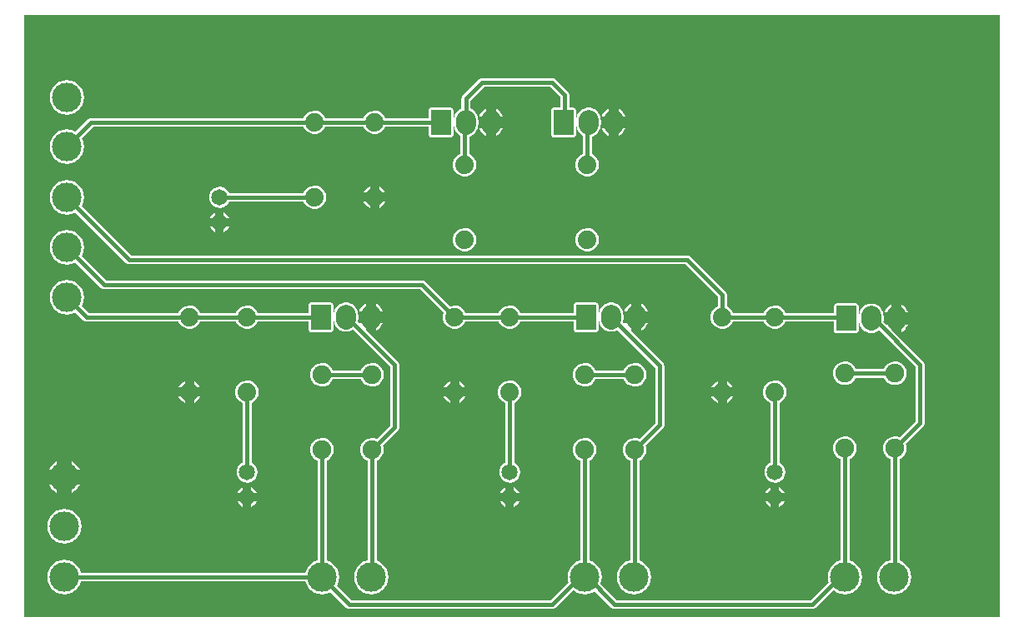
<source format=gtl>
G04 ---------------------------- Layer name :TOP LAYER*
G04 easyEDA 0.1*
G04 Scale: 100 percent, Rotated: No, Reflected: No *
G04 Dimensions in inches *
G04 leading zeros omitted , absolute positions ,2 integer and 4 * 
%FSLAX24Y24*%
%MOIN*%
G90*
G70D02*

%ADD11C,0.016000*%
%ADD12C,0.118110*%
%ADD14C,0.074000*%
%ADD16C,0.065000*%
%ADD18C,0.075000*%
%ADD20R,0.078740X0.098425*%
%ADD21C,0.078740*%

%LPD*%
G36*
G01X0Y24100D02*
G01X0Y48200D01*
G01X39000Y48200D01*
G01X39000Y24100D01*
G01X0Y24100D01*
G37*

%LPC*%
G36*
G01X24646Y35555D02*
G01X24680Y35567D01*
G01X24685Y35569D01*
G01X24692Y35573D01*
G01X24700Y35578D01*
G01X24703Y35582D01*
G01X24710Y35586D01*
G01X24814Y35673D01*
G01X24819Y35678D01*
G01X24823Y35684D01*
G01X24827Y35688D01*
G01X24835Y35700D01*
G01X24903Y35817D01*
G01X24907Y35823D01*
G01X24910Y35830D01*
G01X24914Y35836D01*
G01X24914Y35844D01*
G01X24915Y35850D01*
G01X24915Y35854D01*
G01X24646Y35854D01*
G01X24646Y35555D01*
G37*
G36*
G01X1700Y44209D02*
G01X1853Y44228D01*
G01X2000Y44278D01*
G01X2130Y44359D01*
G01X2240Y44469D01*
G01X2321Y44600D01*
G01X2371Y44746D01*
G01X2390Y44900D01*
G01X2371Y45054D01*
G01X2321Y45200D01*
G01X2240Y45330D01*
G01X2130Y45440D01*
G01X2000Y45521D01*
G01X1853Y45571D01*
G01X1700Y45590D01*
G01X1546Y45571D01*
G01X1400Y45521D01*
G01X1269Y45440D01*
G01X1159Y45330D01*
G01X1078Y45200D01*
G01X1028Y45054D01*
G01X1009Y44900D01*
G01X1028Y44746D01*
G01X1078Y44600D01*
G01X1159Y44469D01*
G01X1269Y44359D01*
G01X1400Y44278D01*
G01X1546Y44228D01*
G01X1700Y44209D01*
G37*
G36*
G01X18181Y44146D02*
G01X18453Y44146D01*
G01X18453Y44446D01*
G01X18419Y44434D01*
G01X18414Y44432D01*
G01X18407Y44428D01*
G01X18400Y44423D01*
G01X18396Y44419D01*
G01X18389Y44415D01*
G01X18285Y44328D01*
G01X18280Y44323D01*
G01X18276Y44317D01*
G01X18272Y44313D01*
G01X18264Y44302D01*
G01X18196Y44184D01*
G01X18192Y44178D01*
G01X18189Y44171D01*
G01X18185Y44165D01*
G01X18185Y44157D01*
G01X18181Y44146D01*
G37*
G36*
G01X18846Y44146D02*
G01X19118Y44146D01*
G01X19114Y44157D01*
G01X19114Y44165D01*
G01X19110Y44171D01*
G01X19107Y44178D01*
G01X19103Y44184D01*
G01X19035Y44302D01*
G01X19027Y44313D01*
G01X19023Y44317D01*
G01X19019Y44323D01*
G01X19014Y44328D01*
G01X18910Y44415D01*
G01X18903Y44419D01*
G01X18900Y44423D01*
G01X18892Y44428D01*
G01X18885Y44432D01*
G01X18880Y44434D01*
G01X18846Y44446D01*
G01X18846Y44146D01*
G37*
G36*
G01X23081Y44146D02*
G01X23353Y44146D01*
G01X23353Y44446D01*
G01X23319Y44434D01*
G01X23314Y44432D01*
G01X23307Y44428D01*
G01X23300Y44423D01*
G01X23296Y44419D01*
G01X23289Y44415D01*
G01X23185Y44328D01*
G01X23180Y44323D01*
G01X23176Y44317D01*
G01X23172Y44313D01*
G01X23164Y44302D01*
G01X23096Y44184D01*
G01X23092Y44178D01*
G01X23089Y44171D01*
G01X23085Y44165D01*
G01X23085Y44157D01*
G01X23081Y44146D01*
G37*
G36*
G01X34768Y25009D02*
G01X34922Y25028D01*
G01X35068Y25078D01*
G01X35197Y25159D01*
G01X35307Y25269D01*
G01X35389Y25400D01*
G01X35439Y25546D01*
G01X35457Y25700D01*
G01X35439Y25853D01*
G01X35389Y26000D01*
G01X35307Y26130D01*
G01X35197Y26240D01*
G01X35068Y26321D01*
G01X34980Y26352D01*
G01X34980Y30421D01*
G01X35018Y30436D01*
G01X35123Y30509D01*
G01X35204Y30609D01*
G01X35256Y30728D01*
G01X35273Y30855D01*
G01X35256Y30984D01*
G01X35234Y31034D01*
G01X35927Y31728D01*
G01X35946Y31750D01*
G01X35960Y31773D01*
G01X35972Y31800D01*
G01X35977Y31828D01*
G01X35980Y31855D01*
G01X35980Y34200D01*
G01X35977Y34228D01*
G01X35972Y34255D01*
G01X35960Y34282D01*
G01X35946Y34305D01*
G01X35927Y34328D01*
G01X34654Y35602D01*
G01X34654Y35809D01*
G01X34446Y35809D01*
G01X34335Y35919D01*
G01X34339Y35940D01*
G01X34339Y35944D01*
G01X34342Y35948D01*
G01X34342Y36163D01*
G01X34339Y36167D01*
G01X34339Y36171D01*
G01X34315Y36305D01*
G01X34314Y36311D01*
G01X34314Y36319D01*
G01X34310Y36326D01*
G01X34307Y36332D01*
G01X34304Y36338D01*
G01X34235Y36455D01*
G01X34227Y36467D01*
G01X34223Y36471D01*
G01X34219Y36478D01*
G01X34214Y36482D01*
G01X34110Y36569D01*
G01X34104Y36573D01*
G01X34100Y36578D01*
G01X34092Y36582D01*
G01X34085Y36586D01*
G01X34080Y36588D01*
G01X33952Y36634D01*
G01X33946Y36636D01*
G01X33938Y36638D01*
G01X33931Y36640D01*
G01X33768Y36640D01*
G01X33761Y36638D01*
G01X33754Y36636D01*
G01X33747Y36634D01*
G01X33619Y36588D01*
G01X33614Y36586D01*
G01X33607Y36582D01*
G01X33600Y36578D01*
G01X33596Y36573D01*
G01X33589Y36569D01*
G01X33485Y36482D01*
G01X33480Y36478D01*
G01X33476Y36471D01*
G01X33472Y36467D01*
G01X33464Y36455D01*
G01X33396Y36338D01*
G01X33392Y36332D01*
G01X33389Y36326D01*
G01X33385Y36319D01*
G01X33385Y36311D01*
G01X33384Y36305D01*
G01X33360Y36171D01*
G01X33360Y36167D01*
G01X33357Y36163D01*
G01X33357Y35948D01*
G01X33360Y35944D01*
G01X33360Y35940D01*
G01X33384Y35805D01*
G01X33385Y35800D01*
G01X33385Y35792D01*
G01X33389Y35786D01*
G01X33392Y35780D01*
G01X33396Y35773D01*
G01X33464Y35655D01*
G01X33472Y35644D01*
G01X33476Y35640D01*
G01X33480Y35634D01*
G01X33485Y35630D01*
G01X33589Y35542D01*
G01X33596Y35538D01*
G01X33600Y35534D01*
G01X33607Y35530D01*
G01X33614Y35526D01*
G01X33619Y35523D01*
G01X33747Y35478D01*
G01X33754Y35476D01*
G01X33761Y35473D01*
G01X33768Y35471D01*
G01X33931Y35471D01*
G01X33938Y35473D01*
G01X33946Y35476D01*
G01X33952Y35478D01*
G01X34080Y35523D01*
G01X34085Y35526D01*
G01X34092Y35530D01*
G01X34100Y35534D01*
G01X34104Y35538D01*
G01X34110Y35542D01*
G01X34160Y35584D01*
G01X35619Y34123D01*
G01X35619Y31932D01*
G01X34977Y31290D01*
G01X34896Y31319D01*
G01X34768Y31328D01*
G01X34642Y31302D01*
G01X34526Y31244D01*
G01X34431Y31155D01*
G01X34365Y31044D01*
G01X34330Y30919D01*
G01X34330Y30792D01*
G01X34365Y30667D01*
G01X34431Y30555D01*
G01X34526Y30467D01*
G01X34619Y30419D01*
G01X34619Y26371D01*
G01X34614Y26371D01*
G01X34468Y26321D01*
G01X34338Y26240D01*
G01X34227Y26130D01*
G01X34146Y26000D01*
G01X34096Y25853D01*
G01X34077Y25700D01*
G01X34096Y25546D01*
G01X34146Y25400D01*
G01X34227Y25269D01*
G01X34338Y25159D01*
G01X34468Y25078D01*
G01X34614Y25028D01*
G01X34768Y25009D01*
G37*
G36*
G01X23746Y44146D02*
G01X24018Y44146D01*
G01X24014Y44157D01*
G01X24014Y44165D01*
G01X24010Y44171D01*
G01X24007Y44178D01*
G01X24003Y44184D01*
G01X23935Y44302D01*
G01X23927Y44313D01*
G01X23923Y44317D01*
G01X23919Y44323D01*
G01X23914Y44328D01*
G01X23810Y44415D01*
G01X23803Y44419D01*
G01X23800Y44423D01*
G01X23792Y44428D01*
G01X23785Y44432D01*
G01X23780Y44434D01*
G01X23746Y44446D01*
G01X23746Y44146D01*
G37*
G36*
G01X24368Y25009D02*
G01X24522Y25028D01*
G01X24668Y25078D01*
G01X24797Y25159D01*
G01X24907Y25269D01*
G01X24989Y25400D01*
G01X25039Y25546D01*
G01X25057Y25700D01*
G01X25039Y25853D01*
G01X24989Y26000D01*
G01X24907Y26130D01*
G01X24797Y26240D01*
G01X24668Y26321D01*
G01X24580Y26352D01*
G01X24580Y30365D01*
G01X24618Y30380D01*
G01X24723Y30453D01*
G01X24803Y30553D01*
G01X24856Y30671D01*
G01X24873Y30800D01*
G01X24856Y30928D01*
G01X24834Y30978D01*
G01X25527Y31671D01*
G01X25546Y31694D01*
G01X25560Y31717D01*
G01X25572Y31744D01*
G01X25577Y31771D01*
G01X25580Y31800D01*
G01X25580Y34150D01*
G01X25577Y34178D01*
G01X25572Y34205D01*
G01X25560Y34232D01*
G01X25546Y34255D01*
G01X25527Y34278D01*
G01X24247Y35557D01*
G01X24253Y35555D01*
G01X24253Y35854D01*
G01X23984Y35854D01*
G01X23984Y35850D01*
G01X23985Y35844D01*
G01X23985Y35836D01*
G01X23989Y35830D01*
G01X23992Y35823D01*
G01X23996Y35817D01*
G01X24006Y35800D01*
G01X23922Y35884D01*
G01X23939Y35984D01*
G01X23939Y35988D01*
G01X23942Y35992D01*
G01X23942Y36209D01*
G01X23939Y36213D01*
G01X23939Y36217D01*
G01X23915Y36352D01*
G01X23914Y36357D01*
G01X23914Y36365D01*
G01X23910Y36371D01*
G01X23907Y36378D01*
G01X23903Y36384D01*
G01X23835Y36502D01*
G01X23827Y36513D01*
G01X23823Y36517D01*
G01X23819Y36523D01*
G01X23814Y36528D01*
G01X23710Y36615D01*
G01X23703Y36619D01*
G01X23700Y36623D01*
G01X23692Y36628D01*
G01X23685Y36632D01*
G01X23680Y36634D01*
G01X23552Y36680D01*
G01X23546Y36682D01*
G01X23538Y36684D01*
G01X23531Y36686D01*
G01X23368Y36686D01*
G01X23361Y36684D01*
G01X23353Y36682D01*
G01X23347Y36680D01*
G01X23219Y36634D01*
G01X23214Y36632D01*
G01X23207Y36628D01*
G01X23200Y36623D01*
G01X23196Y36619D01*
G01X23189Y36615D01*
G01X23085Y36528D01*
G01X23080Y36523D01*
G01X23076Y36517D01*
G01X23072Y36513D01*
G01X23064Y36502D01*
G01X22996Y36384D01*
G01X22992Y36378D01*
G01X22989Y36371D01*
G01X22985Y36365D01*
G01X22985Y36357D01*
G01X22984Y36352D01*
G01X22960Y36217D01*
G01X22960Y36213D01*
G01X22957Y36209D01*
G01X22957Y35992D01*
G01X22960Y35988D01*
G01X22960Y35984D01*
G01X22984Y35850D01*
G01X22985Y35844D01*
G01X22985Y35836D01*
G01X22989Y35830D01*
G01X22992Y35823D01*
G01X22996Y35817D01*
G01X23064Y35700D01*
G01X23072Y35688D01*
G01X23076Y35684D01*
G01X23080Y35678D01*
G01X23085Y35673D01*
G01X23189Y35586D01*
G01X23196Y35582D01*
G01X23200Y35578D01*
G01X23207Y35573D01*
G01X23214Y35569D01*
G01X23219Y35567D01*
G01X23347Y35521D01*
G01X23353Y35519D01*
G01X23361Y35517D01*
G01X23368Y35515D01*
G01X23531Y35515D01*
G01X23538Y35517D01*
G01X23546Y35519D01*
G01X23552Y35521D01*
G01X23680Y35567D01*
G01X23685Y35569D01*
G01X23692Y35573D01*
G01X23700Y35578D01*
G01X23707Y35586D01*
G01X25219Y34073D01*
G01X25219Y31876D01*
G01X24577Y31234D01*
G01X24496Y31263D01*
G01X24368Y31271D01*
G01X24242Y31246D01*
G01X24126Y31188D01*
G01X24031Y31100D01*
G01X23965Y30988D01*
G01X23930Y30863D01*
G01X23930Y30736D01*
G01X23965Y30611D01*
G01X24031Y30500D01*
G01X24126Y30411D01*
G01X24219Y30363D01*
G01X24219Y26371D01*
G01X24214Y26371D01*
G01X24068Y26321D01*
G01X23938Y26240D01*
G01X23827Y26130D01*
G01X23746Y26000D01*
G01X23696Y25853D01*
G01X23677Y25700D01*
G01X23696Y25546D01*
G01X23746Y25400D01*
G01X23827Y25269D01*
G01X23938Y25159D01*
G01X24068Y25078D01*
G01X24214Y25028D01*
G01X24368Y25009D01*
G37*
G36*
G01X18453Y43355D02*
G01X18453Y43654D01*
G01X18184Y43654D01*
G01X18184Y43650D01*
G01X18185Y43644D01*
G01X18185Y43636D01*
G01X18189Y43630D01*
G01X18192Y43623D01*
G01X18196Y43617D01*
G01X18264Y43500D01*
G01X18272Y43488D01*
G01X18276Y43484D01*
G01X18280Y43478D01*
G01X18285Y43473D01*
G01X18389Y43386D01*
G01X18396Y43382D01*
G01X18400Y43378D01*
G01X18407Y43373D01*
G01X18414Y43369D01*
G01X18419Y43367D01*
G01X18453Y43355D01*
G37*
G36*
G01X13868Y25009D02*
G01X14022Y25028D01*
G01X14168Y25078D01*
G01X14297Y25159D01*
G01X14407Y25269D01*
G01X14489Y25400D01*
G01X14539Y25546D01*
G01X14557Y25700D01*
G01X14539Y25853D01*
G01X14489Y26000D01*
G01X14407Y26130D01*
G01X14297Y26240D01*
G01X14168Y26321D01*
G01X14080Y26352D01*
G01X14080Y30365D01*
G01X14118Y30380D01*
G01X14223Y30453D01*
G01X14303Y30553D01*
G01X14356Y30671D01*
G01X14373Y30800D01*
G01X14356Y30928D01*
G01X14334Y30978D01*
G01X14927Y31571D01*
G01X14946Y31594D01*
G01X14960Y31617D01*
G01X14972Y31644D01*
G01X14977Y31671D01*
G01X14980Y31700D01*
G01X14980Y34200D01*
G01X14977Y34228D01*
G01X14972Y34255D01*
G01X14960Y34282D01*
G01X14946Y34305D01*
G01X14927Y34328D01*
G01X13653Y35602D01*
G01X13653Y35854D01*
G01X13402Y35854D01*
G01X13330Y35926D01*
G01X13339Y35984D01*
G01X13339Y35988D01*
G01X13342Y35992D01*
G01X13342Y36209D01*
G01X13339Y36213D01*
G01X13339Y36217D01*
G01X13315Y36352D01*
G01X13314Y36357D01*
G01X13314Y36365D01*
G01X13310Y36371D01*
G01X13307Y36378D01*
G01X13303Y36384D01*
G01X13235Y36502D01*
G01X13227Y36513D01*
G01X13223Y36517D01*
G01X13219Y36523D01*
G01X13214Y36528D01*
G01X13110Y36615D01*
G01X13103Y36619D01*
G01X13100Y36623D01*
G01X13092Y36628D01*
G01X13085Y36632D01*
G01X13080Y36634D01*
G01X12952Y36680D01*
G01X12946Y36682D01*
G01X12938Y36684D01*
G01X12931Y36686D01*
G01X12768Y36686D01*
G01X12761Y36684D01*
G01X12753Y36682D01*
G01X12747Y36680D01*
G01X12619Y36634D01*
G01X12614Y36632D01*
G01X12607Y36628D01*
G01X12600Y36623D01*
G01X12596Y36619D01*
G01X12589Y36615D01*
G01X12485Y36528D01*
G01X12480Y36523D01*
G01X12476Y36517D01*
G01X12472Y36513D01*
G01X12464Y36502D01*
G01X12396Y36384D01*
G01X12392Y36378D01*
G01X12389Y36371D01*
G01X12385Y36365D01*
G01X12385Y36357D01*
G01X12384Y36352D01*
G01X12360Y36217D01*
G01X12360Y36213D01*
G01X12357Y36209D01*
G01X12357Y35992D01*
G01X12360Y35988D01*
G01X12360Y35984D01*
G01X12384Y35850D01*
G01X12385Y35844D01*
G01X12385Y35836D01*
G01X12389Y35830D01*
G01X12392Y35823D01*
G01X12396Y35817D01*
G01X12464Y35700D01*
G01X12472Y35688D01*
G01X12476Y35684D01*
G01X12480Y35678D01*
G01X12485Y35673D01*
G01X12589Y35586D01*
G01X12596Y35582D01*
G01X12600Y35578D01*
G01X12607Y35573D01*
G01X12614Y35569D01*
G01X12619Y35567D01*
G01X12747Y35521D01*
G01X12753Y35519D01*
G01X12761Y35517D01*
G01X12768Y35515D01*
G01X12931Y35515D01*
G01X12938Y35517D01*
G01X12946Y35519D01*
G01X12952Y35521D01*
G01X13080Y35567D01*
G01X13085Y35569D01*
G01X13092Y35573D01*
G01X13100Y35578D01*
G01X13103Y35582D01*
G01X13110Y35586D01*
G01X13135Y35607D01*
G01X14619Y34123D01*
G01X14619Y31776D01*
G01X14077Y31234D01*
G01X13996Y31263D01*
G01X13868Y31271D01*
G01X13742Y31246D01*
G01X13626Y31188D01*
G01X13531Y31100D01*
G01X13465Y30988D01*
G01X13430Y30863D01*
G01X13430Y30736D01*
G01X13465Y30611D01*
G01X13531Y30500D01*
G01X13626Y30411D01*
G01X13719Y30363D01*
G01X13719Y26371D01*
G01X13714Y26371D01*
G01X13568Y26321D01*
G01X13438Y26240D01*
G01X13327Y26130D01*
G01X13246Y26000D01*
G01X13196Y25853D01*
G01X13177Y25700D01*
G01X13196Y25546D01*
G01X13246Y25400D01*
G01X13327Y25269D01*
G01X13438Y25159D01*
G01X13568Y25078D01*
G01X13714Y25028D01*
G01X13868Y25009D01*
G37*
G36*
G01X18846Y43355D02*
G01X18880Y43367D01*
G01X18885Y43369D01*
G01X18892Y43373D01*
G01X18900Y43378D01*
G01X18903Y43382D01*
G01X18910Y43386D01*
G01X19014Y43473D01*
G01X19019Y43478D01*
G01X19023Y43484D01*
G01X19027Y43488D01*
G01X19035Y43500D01*
G01X19103Y43617D01*
G01X19107Y43623D01*
G01X19110Y43630D01*
G01X19114Y43636D01*
G01X19114Y43644D01*
G01X19115Y43650D01*
G01X19115Y43654D01*
G01X18846Y43654D01*
G01X18846Y43355D01*
G37*
G36*
G01X23353Y43355D02*
G01X23353Y43654D01*
G01X23084Y43654D01*
G01X23084Y43650D01*
G01X23085Y43644D01*
G01X23085Y43636D01*
G01X23089Y43630D01*
G01X23092Y43623D01*
G01X23096Y43617D01*
G01X23164Y43500D01*
G01X23172Y43488D01*
G01X23176Y43484D01*
G01X23180Y43478D01*
G01X23185Y43473D01*
G01X23289Y43386D01*
G01X23296Y43382D01*
G01X23300Y43378D01*
G01X23307Y43373D01*
G01X23314Y43369D01*
G01X23319Y43367D01*
G01X23353Y43355D01*
G37*
G36*
G01X1600Y27042D02*
G01X1753Y27059D01*
G01X1900Y27109D01*
G01X2030Y27192D01*
G01X2140Y27302D01*
G01X2221Y27432D01*
G01X2271Y27578D01*
G01X2290Y27732D01*
G01X2271Y27886D01*
G01X2221Y28032D01*
G01X2140Y28161D01*
G01X2030Y28271D01*
G01X1900Y28353D01*
G01X1753Y28403D01*
G01X1600Y28421D01*
G01X1446Y28403D01*
G01X1300Y28353D01*
G01X1169Y28271D01*
G01X1059Y28161D01*
G01X978Y28032D01*
G01X928Y27886D01*
G01X909Y27732D01*
G01X928Y27578D01*
G01X978Y27432D01*
G01X1059Y27302D01*
G01X1169Y27192D01*
G01X1300Y27109D01*
G01X1446Y27059D01*
G01X1600Y27042D01*
G37*
G36*
G01X9061Y28509D02*
G01X9164Y28567D01*
G01X9250Y28661D01*
G01X9288Y28738D01*
G01X9061Y28738D01*
G01X9061Y28509D01*
G37*
G36*
G01X19561Y28509D02*
G01X19664Y28567D01*
G01X19750Y28661D01*
G01X19788Y28738D01*
G01X19561Y28738D01*
G01X19561Y28509D01*
G37*
G36*
G01X30161Y28509D02*
G01X30264Y28567D01*
G01X30350Y28661D01*
G01X30388Y28738D01*
G01X30161Y28738D01*
G01X30161Y28509D01*
G37*
G36*
G01X8738Y28511D02*
G01X8738Y28738D01*
G01X8511Y28738D01*
G01X8518Y28715D01*
G01X8589Y28611D01*
G01X8688Y28532D01*
G01X8738Y28511D01*
G37*
G36*
G01X19238Y28511D02*
G01X19238Y28738D01*
G01X19011Y28738D01*
G01X19018Y28715D01*
G01X19089Y28611D01*
G01X19188Y28532D01*
G01X19238Y28511D01*
G37*
G36*
G01X29838Y28511D02*
G01X29838Y28738D01*
G01X29611Y28738D01*
G01X29618Y28715D01*
G01X29689Y28611D01*
G01X29788Y28532D01*
G01X29838Y28511D01*
G37*
G36*
G01X9061Y29061D02*
G01X9288Y29061D01*
G01X9250Y29138D01*
G01X9164Y29232D01*
G01X9061Y29290D01*
G01X9061Y29061D01*
G37*
G36*
G01X8511Y29061D02*
G01X8738Y29061D01*
G01X8738Y29288D01*
G01X8688Y29267D01*
G01X8589Y29188D01*
G01X8518Y29084D01*
G01X8511Y29061D01*
G37*
G36*
G01X19561Y29061D02*
G01X19788Y29061D01*
G01X19750Y29138D01*
G01X19664Y29232D01*
G01X19561Y29290D01*
G01X19561Y29061D01*
G37*
G36*
G01X19011Y29061D02*
G01X19238Y29061D01*
G01X19238Y29288D01*
G01X19188Y29267D01*
G01X19089Y29188D01*
G01X19018Y29084D01*
G01X19011Y29061D01*
G37*
G36*
G01X30161Y29061D02*
G01X30388Y29061D01*
G01X30350Y29138D01*
G01X30264Y29232D01*
G01X30161Y29290D01*
G01X30161Y29061D01*
G37*
G36*
G01X29611Y29061D02*
G01X29838Y29061D01*
G01X29838Y29288D01*
G01X29788Y29267D01*
G01X29689Y29188D01*
G01X29618Y29084D01*
G01X29611Y29061D01*
G37*
G36*
G01X1894Y29076D02*
G01X1900Y29078D01*
G01X2030Y29159D01*
G01X2140Y29269D01*
G01X2221Y29400D01*
G01X2223Y29405D01*
G01X1894Y29405D01*
G01X1894Y29076D01*
G37*
G36*
G01X1305Y29076D02*
G01X1305Y29405D01*
G01X976Y29405D01*
G01X978Y29400D01*
G01X1059Y29269D01*
G01X1169Y29159D01*
G01X1300Y29078D01*
G01X1305Y29076D01*
G37*
G36*
G01X8931Y29478D02*
G01X9053Y29505D01*
G01X9164Y29567D01*
G01X9250Y29661D01*
G01X9306Y29776D01*
G01X9323Y29900D01*
G01X9306Y30023D01*
G01X9250Y30138D01*
G01X9164Y30232D01*
G01X9080Y30280D01*
G01X9080Y32669D01*
G01X9115Y32682D01*
G01X9219Y32755D01*
G01X9302Y32855D01*
G01X9352Y32973D01*
G01X9369Y33100D01*
G01X9352Y33226D01*
G01X9302Y33344D01*
G01X9219Y33444D01*
G01X9115Y33517D01*
G01X8996Y33559D01*
G01X8868Y33567D01*
G01X8742Y33542D01*
G01X8627Y33484D01*
G01X8535Y33396D01*
G01X8468Y33288D01*
G01X8434Y33163D01*
G01X8434Y33036D01*
G01X8468Y32911D01*
G01X8535Y32804D01*
G01X8627Y32715D01*
G01X8719Y32669D01*
G01X8719Y30280D01*
G01X8688Y30267D01*
G01X8589Y30188D01*
G01X8518Y30084D01*
G01X8480Y29963D01*
G01X8480Y29836D01*
G01X8518Y29715D01*
G01X8589Y29611D01*
G01X8688Y29532D01*
G01X8806Y29486D01*
G01X8931Y29478D01*
G37*
G36*
G01X19431Y29478D02*
G01X19553Y29505D01*
G01X19664Y29567D01*
G01X19750Y29661D01*
G01X19806Y29776D01*
G01X19823Y29900D01*
G01X19806Y30023D01*
G01X19750Y30138D01*
G01X19664Y30232D01*
G01X19580Y30280D01*
G01X19580Y32669D01*
G01X19615Y32682D01*
G01X19719Y32755D01*
G01X19802Y32855D01*
G01X19852Y32973D01*
G01X19869Y33100D01*
G01X19852Y33226D01*
G01X19802Y33344D01*
G01X19719Y33444D01*
G01X19615Y33517D01*
G01X19496Y33559D01*
G01X19368Y33567D01*
G01X19242Y33542D01*
G01X19127Y33484D01*
G01X19035Y33396D01*
G01X18968Y33288D01*
G01X18934Y33163D01*
G01X18934Y33036D01*
G01X18968Y32911D01*
G01X19035Y32804D01*
G01X19127Y32715D01*
G01X19219Y32669D01*
G01X19219Y30280D01*
G01X19188Y30267D01*
G01X19089Y30188D01*
G01X19018Y30084D01*
G01X18980Y29963D01*
G01X18980Y29836D01*
G01X19018Y29715D01*
G01X19089Y29611D01*
G01X19188Y29532D01*
G01X19306Y29486D01*
G01X19431Y29478D01*
G37*
G36*
G01X30031Y29478D02*
G01X30153Y29505D01*
G01X30264Y29567D01*
G01X30350Y29661D01*
G01X30406Y29776D01*
G01X30423Y29900D01*
G01X30406Y30023D01*
G01X30350Y30138D01*
G01X30264Y30232D01*
G01X30180Y30280D01*
G01X30180Y32669D01*
G01X30215Y32682D01*
G01X30319Y32755D01*
G01X30402Y32855D01*
G01X30452Y32973D01*
G01X30469Y33100D01*
G01X30452Y33226D01*
G01X30402Y33344D01*
G01X30319Y33444D01*
G01X30215Y33517D01*
G01X30096Y33559D01*
G01X29968Y33567D01*
G01X29842Y33542D01*
G01X29727Y33484D01*
G01X29635Y33396D01*
G01X29568Y33288D01*
G01X29534Y33163D01*
G01X29534Y33036D01*
G01X29568Y32911D01*
G01X29635Y32804D01*
G01X29727Y32715D01*
G01X29819Y32669D01*
G01X29819Y30280D01*
G01X29788Y30267D01*
G01X29689Y30188D01*
G01X29618Y30084D01*
G01X29580Y29963D01*
G01X29580Y29836D01*
G01X29618Y29715D01*
G01X29689Y29611D01*
G01X29788Y29532D01*
G01X29906Y29486D01*
G01X30031Y29478D01*
G37*
G36*
G01X1894Y29994D02*
G01X2223Y29994D01*
G01X2221Y30000D01*
G01X2140Y30130D01*
G01X2030Y30240D01*
G01X1900Y30321D01*
G01X1894Y30323D01*
G01X1894Y29994D01*
G37*
G36*
G01X976Y29994D02*
G01X1305Y29994D01*
G01X1305Y30323D01*
G01X1300Y30321D01*
G01X1169Y30240D01*
G01X1059Y30130D01*
G01X978Y30000D01*
G01X976Y29994D01*
G37*
G36*
G01X23746Y43355D02*
G01X23780Y43367D01*
G01X23785Y43369D01*
G01X23792Y43373D01*
G01X23800Y43378D01*
G01X23803Y43382D01*
G01X23810Y43386D01*
G01X23914Y43473D01*
G01X23919Y43478D01*
G01X23923Y43484D01*
G01X23927Y43488D01*
G01X23935Y43500D01*
G01X24003Y43617D01*
G01X24007Y43623D01*
G01X24010Y43630D01*
G01X24014Y43636D01*
G01X24014Y43644D01*
G01X24015Y43650D01*
G01X24015Y43654D01*
G01X23746Y43654D01*
G01X23746Y43355D01*
G37*
G36*
G01X1700Y42242D02*
G01X1853Y42259D01*
G01X2000Y42309D01*
G01X2130Y42392D01*
G01X2240Y42502D01*
G01X2321Y42632D01*
G01X2371Y42778D01*
G01X2390Y42932D01*
G01X2371Y43086D01*
G01X2321Y43232D01*
G01X2296Y43271D01*
G01X2744Y43719D01*
G01X11165Y43719D01*
G01X11168Y43711D01*
G01X11235Y43604D01*
G01X11327Y43515D01*
G01X11442Y43457D01*
G01X11568Y43432D01*
G01X11696Y43440D01*
G01X11815Y43482D01*
G01X11919Y43555D01*
G01X12002Y43655D01*
G01X12030Y43719D01*
G01X13565Y43719D01*
G01X13568Y43711D01*
G01X13635Y43604D01*
G01X13727Y43515D01*
G01X13842Y43457D01*
G01X13968Y43432D01*
G01X14096Y43440D01*
G01X14215Y43482D01*
G01X14319Y43555D01*
G01X14402Y43655D01*
G01X14430Y43719D01*
G01X16156Y43719D01*
G01X16156Y43407D01*
G01X16160Y43378D01*
G01X16176Y43350D01*
G01X16197Y43328D01*
G01X16226Y43311D01*
G01X16256Y43307D01*
G01X17042Y43307D01*
G01X17072Y43311D01*
G01X17100Y43328D01*
G01X17122Y43350D01*
G01X17138Y43378D01*
G01X17142Y43407D01*
G01X17142Y44394D01*
G01X17138Y44423D01*
G01X17122Y44452D01*
G01X17100Y44473D01*
G01X17072Y44490D01*
G01X17042Y44494D01*
G01X16256Y44494D01*
G01X16226Y44490D01*
G01X16197Y44473D01*
G01X16176Y44452D01*
G01X16160Y44423D01*
G01X16156Y44394D01*
G01X16156Y44080D01*
G01X14430Y44080D01*
G01X14402Y44144D01*
G01X14319Y44244D01*
G01X14215Y44317D01*
G01X14096Y44359D01*
G01X13968Y44367D01*
G01X13842Y44342D01*
G01X13727Y44284D01*
G01X13635Y44196D01*
G01X13568Y44088D01*
G01X13565Y44080D01*
G01X12030Y44080D01*
G01X12002Y44144D01*
G01X11919Y44244D01*
G01X11815Y44317D01*
G01X11696Y44359D01*
G01X11568Y44367D01*
G01X11442Y44342D01*
G01X11327Y44284D01*
G01X11235Y44196D01*
G01X11168Y44088D01*
G01X11165Y44080D01*
G01X2667Y44080D01*
G01X2640Y44078D01*
G01X2611Y44071D01*
G01X2586Y44059D01*
G01X2561Y44046D01*
G01X2540Y44028D01*
G01X2040Y43528D01*
G01X2000Y43554D01*
G01X1853Y43604D01*
G01X1700Y43621D01*
G01X1546Y43604D01*
G01X1400Y43554D01*
G01X1269Y43471D01*
G01X1159Y43361D01*
G01X1078Y43232D01*
G01X1028Y43086D01*
G01X1009Y42932D01*
G01X1028Y42778D01*
G01X1078Y42632D01*
G01X1159Y42502D01*
G01X1269Y42392D01*
G01X1400Y42309D01*
G01X1546Y42259D01*
G01X1700Y42242D01*
G37*
G36*
G01X17568Y41732D02*
G01X17696Y41740D01*
G01X17815Y41782D01*
G01X17919Y41855D01*
G01X18002Y41955D01*
G01X18052Y42073D01*
G01X18069Y42200D01*
G01X18052Y42326D01*
G01X18002Y42444D01*
G01X17919Y42544D01*
G01X17815Y42617D01*
G01X17780Y42630D01*
G01X17780Y43332D01*
G01X17880Y43367D01*
G01X17885Y43369D01*
G01X17892Y43373D01*
G01X17900Y43378D01*
G01X17903Y43382D01*
G01X17910Y43386D01*
G01X18014Y43473D01*
G01X18019Y43478D01*
G01X18023Y43484D01*
G01X18027Y43488D01*
G01X18035Y43500D01*
G01X18103Y43617D01*
G01X18107Y43623D01*
G01X18110Y43630D01*
G01X18114Y43636D01*
G01X18114Y43644D01*
G01X18115Y43650D01*
G01X18139Y43784D01*
G01X18139Y43788D01*
G01X18142Y43792D01*
G01X18142Y44009D01*
G01X18139Y44013D01*
G01X18139Y44017D01*
G01X18115Y44152D01*
G01X18114Y44157D01*
G01X18114Y44165D01*
G01X18110Y44171D01*
G01X18107Y44178D01*
G01X18103Y44184D01*
G01X18035Y44302D01*
G01X18027Y44313D01*
G01X18023Y44317D01*
G01X18019Y44323D01*
G01X18014Y44328D01*
G01X17910Y44415D01*
G01X17903Y44419D01*
G01X17900Y44423D01*
G01X17892Y44428D01*
G01X17885Y44432D01*
G01X17880Y44434D01*
G01X17830Y44452D01*
G01X17830Y44773D01*
G01X18376Y45319D01*
G01X21023Y45319D01*
G01X21419Y44923D01*
G01X21419Y44494D01*
G01X21156Y44494D01*
G01X21126Y44490D01*
G01X21097Y44473D01*
G01X21076Y44452D01*
G01X21060Y44423D01*
G01X21056Y44394D01*
G01X21056Y43407D01*
G01X21060Y43378D01*
G01X21076Y43350D01*
G01X21097Y43328D01*
G01X21126Y43311D01*
G01X21156Y43307D01*
G01X21942Y43307D01*
G01X21972Y43311D01*
G01X22000Y43328D01*
G01X22022Y43350D01*
G01X22038Y43378D01*
G01X22042Y43407D01*
G01X22042Y44394D01*
G01X22038Y44423D01*
G01X22022Y44452D01*
G01X22000Y44473D01*
G01X21972Y44490D01*
G01X21942Y44494D01*
G01X21780Y44494D01*
G01X21780Y45000D01*
G01X21777Y45028D01*
G01X21772Y45055D01*
G01X21760Y45082D01*
G01X21746Y45105D01*
G01X21727Y45128D01*
G01X21227Y45628D01*
G01X21206Y45646D01*
G01X21181Y45659D01*
G01X21156Y45671D01*
G01X21127Y45678D01*
G01X21100Y45680D01*
G01X18300Y45680D01*
G01X18272Y45678D01*
G01X18243Y45671D01*
G01X18218Y45659D01*
G01X18193Y45646D01*
G01X18172Y45628D01*
G01X17522Y44978D01*
G01X17503Y44955D01*
G01X17489Y44932D01*
G01X17477Y44905D01*
G01X17472Y44878D01*
G01X17469Y44850D01*
G01X17469Y44452D01*
G01X17419Y44434D01*
G01X17414Y44432D01*
G01X17407Y44428D01*
G01X17400Y44423D01*
G01X17396Y44419D01*
G01X17389Y44415D01*
G01X17285Y44328D01*
G01X17280Y44323D01*
G01X17276Y44317D01*
G01X17272Y44313D01*
G01X17264Y44302D01*
G01X17196Y44184D01*
G01X17192Y44178D01*
G01X17189Y44171D01*
G01X17185Y44165D01*
G01X17185Y44157D01*
G01X17184Y44152D01*
G01X17160Y44017D01*
G01X17160Y44013D01*
G01X17157Y44009D01*
G01X17157Y43792D01*
G01X17160Y43788D01*
G01X17160Y43784D01*
G01X17184Y43650D01*
G01X17185Y43644D01*
G01X17185Y43636D01*
G01X17189Y43630D01*
G01X17192Y43623D01*
G01X17196Y43617D01*
G01X17264Y43500D01*
G01X17272Y43488D01*
G01X17276Y43484D01*
G01X17280Y43478D01*
G01X17285Y43473D01*
G01X17389Y43386D01*
G01X17396Y43382D01*
G01X17400Y43378D01*
G01X17407Y43373D01*
G01X17414Y43369D01*
G01X17419Y43367D01*
G01X17419Y42630D01*
G01X17327Y42584D01*
G01X17235Y42496D01*
G01X17168Y42388D01*
G01X17134Y42263D01*
G01X17134Y42136D01*
G01X17168Y42011D01*
G01X17235Y41904D01*
G01X17327Y41815D01*
G01X17442Y41757D01*
G01X17568Y41732D01*
G37*
G36*
G01X28084Y32669D02*
G01X28115Y32682D01*
G01X28219Y32755D01*
G01X28302Y32855D01*
G01X28327Y32915D01*
G01X28084Y32915D01*
G01X28084Y32669D01*
G37*
G36*
G01X17384Y32669D02*
G01X17415Y32682D01*
G01X17519Y32755D01*
G01X17602Y32855D01*
G01X17627Y32915D01*
G01X17384Y32915D01*
G01X17384Y32669D01*
G37*
G36*
G01X6784Y32669D02*
G01X6815Y32682D01*
G01X6919Y32755D01*
G01X7002Y32855D01*
G01X7027Y32915D01*
G01X6784Y32915D01*
G01X6784Y32669D01*
G37*
G36*
G01X27715Y32671D02*
G01X27715Y32915D01*
G01X27465Y32915D01*
G01X27468Y32911D01*
G01X27535Y32804D01*
G01X27627Y32715D01*
G01X27715Y32671D01*
G37*
G36*
G01X17015Y32671D02*
G01X17015Y32915D01*
G01X16765Y32915D01*
G01X16768Y32911D01*
G01X16835Y32804D01*
G01X16927Y32715D01*
G01X17015Y32671D01*
G37*
G36*
G01X6415Y32671D02*
G01X6415Y32915D01*
G01X6165Y32915D01*
G01X6168Y32911D01*
G01X6235Y32804D01*
G01X6327Y32715D01*
G01X6415Y32671D01*
G37*
G36*
G01X28084Y33284D02*
G01X28327Y33284D01*
G01X28302Y33344D01*
G01X28219Y33444D01*
G01X28115Y33517D01*
G01X28084Y33530D01*
G01X28084Y33284D01*
G37*
G36*
G01X27465Y33284D02*
G01X27715Y33284D01*
G01X27715Y33528D01*
G01X27627Y33484D01*
G01X27535Y33396D01*
G01X27468Y33288D01*
G01X27465Y33284D01*
G37*
G36*
G01X17384Y33284D02*
G01X17627Y33284D01*
G01X17602Y33344D01*
G01X17519Y33444D01*
G01X17415Y33517D01*
G01X17384Y33530D01*
G01X17384Y33284D01*
G37*
G36*
G01X16765Y33284D02*
G01X17015Y33284D01*
G01X17015Y33528D01*
G01X16927Y33484D01*
G01X16835Y33396D01*
G01X16768Y33288D01*
G01X16765Y33284D01*
G37*
G36*
G01X6784Y33284D02*
G01X7027Y33284D01*
G01X7002Y33344D01*
G01X6919Y33444D01*
G01X6815Y33517D01*
G01X6784Y33530D01*
G01X6784Y33284D01*
G37*
G36*
G01X6165Y33284D02*
G01X6415Y33284D01*
G01X6415Y33528D01*
G01X6327Y33484D01*
G01X6235Y33396D01*
G01X6168Y33288D01*
G01X6165Y33284D01*
G37*
G36*
G01X22368Y33328D02*
G01X22496Y33336D01*
G01X22618Y33380D01*
G01X22723Y33454D01*
G01X22803Y33554D01*
G01X22834Y33619D01*
G01X23964Y33619D01*
G01X23965Y33611D01*
G01X24031Y33500D01*
G01X24126Y33411D01*
G01X24242Y33354D01*
G01X24368Y33328D01*
G01X24496Y33336D01*
G01X24618Y33380D01*
G01X24723Y33454D01*
G01X24803Y33554D01*
G01X24856Y33671D01*
G01X24873Y33800D01*
G01X24856Y33928D01*
G01X24803Y34046D01*
G01X24723Y34146D01*
G01X24618Y34219D01*
G01X24496Y34263D01*
G01X24368Y34271D01*
G01X24242Y34246D01*
G01X24126Y34188D01*
G01X24031Y34100D01*
G01X23965Y33988D01*
G01X23964Y33980D01*
G01X22834Y33980D01*
G01X22803Y34046D01*
G01X22723Y34146D01*
G01X22618Y34219D01*
G01X22496Y34263D01*
G01X22368Y34271D01*
G01X22242Y34246D01*
G01X22126Y34188D01*
G01X22031Y34100D01*
G01X21965Y33988D01*
G01X21930Y33863D01*
G01X21930Y33736D01*
G01X21965Y33611D01*
G01X22031Y33500D01*
G01X22126Y33411D01*
G01X22242Y33354D01*
G01X22368Y33328D01*
G37*
G36*
G01X11868Y33328D02*
G01X11996Y33336D01*
G01X12118Y33380D01*
G01X12223Y33454D01*
G01X12303Y33554D01*
G01X12334Y33619D01*
G01X13464Y33619D01*
G01X13465Y33611D01*
G01X13531Y33500D01*
G01X13626Y33411D01*
G01X13742Y33354D01*
G01X13868Y33328D01*
G01X13996Y33336D01*
G01X14118Y33380D01*
G01X14223Y33454D01*
G01X14303Y33554D01*
G01X14356Y33671D01*
G01X14373Y33800D01*
G01X14356Y33928D01*
G01X14303Y34046D01*
G01X14223Y34146D01*
G01X14118Y34219D01*
G01X13996Y34263D01*
G01X13868Y34271D01*
G01X13742Y34246D01*
G01X13626Y34188D01*
G01X13531Y34100D01*
G01X13465Y33988D01*
G01X13464Y33980D01*
G01X12334Y33980D01*
G01X12303Y34046D01*
G01X12223Y34146D01*
G01X12118Y34219D01*
G01X11996Y34263D01*
G01X11868Y34271D01*
G01X11742Y34246D01*
G01X11626Y34188D01*
G01X11531Y34100D01*
G01X11465Y33988D01*
G01X11430Y33863D01*
G01X11430Y33736D01*
G01X11465Y33611D01*
G01X11531Y33500D01*
G01X11626Y33411D01*
G01X11742Y33354D01*
G01X11868Y33328D01*
G37*
G36*
G01X22468Y41732D02*
G01X22596Y41740D01*
G01X22715Y41782D01*
G01X22819Y41855D01*
G01X22902Y41955D01*
G01X22952Y42073D01*
G01X22969Y42200D01*
G01X22952Y42326D01*
G01X22902Y42444D01*
G01X22819Y42544D01*
G01X22715Y42617D01*
G01X22680Y42630D01*
G01X22680Y43332D01*
G01X22780Y43367D01*
G01X22785Y43369D01*
G01X22792Y43373D01*
G01X22800Y43378D01*
G01X22803Y43382D01*
G01X22810Y43386D01*
G01X22914Y43473D01*
G01X22919Y43478D01*
G01X22923Y43484D01*
G01X22927Y43488D01*
G01X22935Y43500D01*
G01X23003Y43617D01*
G01X23007Y43623D01*
G01X23010Y43630D01*
G01X23014Y43636D01*
G01X23014Y43644D01*
G01X23015Y43650D01*
G01X23039Y43784D01*
G01X23039Y43788D01*
G01X23042Y43792D01*
G01X23042Y44009D01*
G01X23039Y44013D01*
G01X23039Y44017D01*
G01X23015Y44152D01*
G01X23014Y44157D01*
G01X23014Y44165D01*
G01X23010Y44171D01*
G01X23007Y44178D01*
G01X23003Y44184D01*
G01X22935Y44302D01*
G01X22927Y44313D01*
G01X22923Y44317D01*
G01X22919Y44323D01*
G01X22914Y44328D01*
G01X22810Y44415D01*
G01X22803Y44419D01*
G01X22800Y44423D01*
G01X22792Y44428D01*
G01X22785Y44432D01*
G01X22780Y44434D01*
G01X22652Y44480D01*
G01X22646Y44482D01*
G01X22638Y44484D01*
G01X22631Y44486D01*
G01X22468Y44486D01*
G01X22461Y44484D01*
G01X22453Y44482D01*
G01X22447Y44480D01*
G01X22319Y44434D01*
G01X22314Y44432D01*
G01X22307Y44428D01*
G01X22300Y44423D01*
G01X22296Y44419D01*
G01X22289Y44415D01*
G01X22185Y44328D01*
G01X22180Y44323D01*
G01X22176Y44317D01*
G01X22172Y44313D01*
G01X22164Y44302D01*
G01X22096Y44184D01*
G01X22092Y44178D01*
G01X22089Y44171D01*
G01X22085Y44165D01*
G01X22085Y44157D01*
G01X22084Y44152D01*
G01X22060Y44017D01*
G01X22060Y44013D01*
G01X22057Y44009D01*
G01X22057Y43792D01*
G01X22060Y43788D01*
G01X22060Y43784D01*
G01X22084Y43650D01*
G01X22085Y43644D01*
G01X22085Y43636D01*
G01X22089Y43630D01*
G01X22092Y43623D01*
G01X22096Y43617D01*
G01X22164Y43500D01*
G01X22172Y43488D01*
G01X22176Y43484D01*
G01X22180Y43478D01*
G01X22185Y43473D01*
G01X22289Y43386D01*
G01X22296Y43382D01*
G01X22300Y43378D01*
G01X22307Y43373D01*
G01X22314Y43369D01*
G01X22319Y43367D01*
G01X22319Y42630D01*
G01X22227Y42584D01*
G01X22135Y42496D01*
G01X22068Y42388D01*
G01X22034Y42263D01*
G01X22034Y42136D01*
G01X22068Y42011D01*
G01X22135Y41904D01*
G01X22227Y41815D01*
G01X22342Y41757D01*
G01X22468Y41732D01*
G37*
G36*
G01X13565Y41084D02*
G01X13815Y41084D01*
G01X13815Y41328D01*
G01X13727Y41284D01*
G01X13635Y41196D01*
G01X13568Y41088D01*
G01X13565Y41084D01*
G37*
G36*
G01X32768Y33384D02*
G01X32896Y33392D01*
G01X33018Y33436D01*
G01X33123Y33509D01*
G01X33204Y33609D01*
G01X33234Y33676D01*
G01X34364Y33676D01*
G01X34365Y33667D01*
G01X34431Y33555D01*
G01X34526Y33467D01*
G01X34642Y33409D01*
G01X34768Y33384D01*
G01X34896Y33392D01*
G01X35018Y33436D01*
G01X35123Y33509D01*
G01X35204Y33609D01*
G01X35256Y33728D01*
G01X35273Y33855D01*
G01X35256Y33984D01*
G01X35204Y34102D01*
G01X35123Y34202D01*
G01X35018Y34276D01*
G01X34896Y34319D01*
G01X34768Y34328D01*
G01X34642Y34302D01*
G01X34526Y34244D01*
G01X34431Y34155D01*
G01X34365Y34044D01*
G01X34364Y34036D01*
G01X33234Y34036D01*
G01X33204Y34102D01*
G01X33123Y34202D01*
G01X33018Y34276D01*
G01X32896Y34319D01*
G01X32768Y34328D01*
G01X32642Y34302D01*
G01X32526Y34244D01*
G01X32431Y34155D01*
G01X32365Y34044D01*
G01X32330Y33919D01*
G01X32330Y33792D01*
G01X32365Y33667D01*
G01X32431Y33555D01*
G01X32526Y33467D01*
G01X32642Y33409D01*
G01X32768Y33384D01*
G37*
G36*
G01X14184Y41084D02*
G01X14427Y41084D01*
G01X14402Y41144D01*
G01X14319Y41244D01*
G01X14215Y41317D01*
G01X14184Y41330D01*
G01X14184Y41084D01*
G37*
G36*
G01X13815Y40471D02*
G01X13815Y40715D01*
G01X13565Y40715D01*
G01X13568Y40711D01*
G01X13635Y40604D01*
G01X13727Y40515D01*
G01X13815Y40471D01*
G37*
G36*
G01X14184Y40469D02*
G01X14215Y40482D01*
G01X14319Y40555D01*
G01X14402Y40655D01*
G01X14427Y40715D01*
G01X14184Y40715D01*
G01X14184Y40469D01*
G37*
G36*
G01X11568Y40432D02*
G01X11696Y40440D01*
G01X11815Y40482D01*
G01X11919Y40555D01*
G01X12002Y40655D01*
G01X12052Y40773D01*
G01X12069Y40900D01*
G01X12052Y41026D01*
G01X12002Y41144D01*
G01X11919Y41244D01*
G01X11815Y41317D01*
G01X11696Y41359D01*
G01X11568Y41367D01*
G01X11442Y41342D01*
G01X11327Y41284D01*
G01X11235Y41196D01*
G01X11168Y41088D01*
G01X11165Y41080D01*
G01X8177Y41080D01*
G01X8150Y41138D01*
G01X8064Y41232D01*
G01X7953Y41294D01*
G01X7831Y41321D01*
G01X7706Y41313D01*
G01X7588Y41267D01*
G01X7489Y41188D01*
G01X7418Y41084D01*
G01X7380Y40963D01*
G01X7380Y40836D01*
G01X7418Y40715D01*
G01X7489Y40611D01*
G01X7588Y40532D01*
G01X7706Y40486D01*
G01X7831Y40478D01*
G01X7953Y40505D01*
G01X8064Y40567D01*
G01X8150Y40661D01*
G01X8177Y40719D01*
G01X11165Y40719D01*
G01X11168Y40711D01*
G01X11235Y40604D01*
G01X11327Y40515D01*
G01X11442Y40457D01*
G01X11568Y40432D01*
G37*
G36*
G01X32456Y35463D02*
G01X33242Y35463D01*
G01X33272Y35467D01*
G01X33300Y35484D01*
G01X33322Y35505D01*
G01X33338Y35534D01*
G01X33342Y35563D01*
G01X33342Y36548D01*
G01X33338Y36578D01*
G01X33322Y36605D01*
G01X33300Y36628D01*
G01X33272Y36644D01*
G01X33242Y36648D01*
G01X32456Y36648D01*
G01X32426Y36644D01*
G01X32397Y36628D01*
G01X32376Y36605D01*
G01X32360Y36578D01*
G01X32356Y36548D01*
G01X32356Y36280D01*
G01X30430Y36280D01*
G01X30402Y36344D01*
G01X30319Y36444D01*
G01X30215Y36517D01*
G01X30096Y36559D01*
G01X29968Y36567D01*
G01X29842Y36542D01*
G01X29727Y36484D01*
G01X29635Y36396D01*
G01X29568Y36288D01*
G01X29565Y36280D01*
G01X28330Y36280D01*
G01X28302Y36344D01*
G01X28219Y36444D01*
G01X28115Y36517D01*
G01X28080Y36530D01*
G01X28080Y37000D01*
G01X28077Y37028D01*
G01X28072Y37055D01*
G01X28060Y37082D01*
G01X28046Y37105D01*
G01X28027Y37128D01*
G01X26627Y38528D01*
G01X26606Y38546D01*
G01X26581Y38559D01*
G01X26556Y38571D01*
G01X26527Y38578D01*
G01X26500Y38580D01*
G01X4276Y38580D01*
G01X2296Y40559D01*
G01X2321Y40600D01*
G01X2371Y40746D01*
G01X2390Y40900D01*
G01X2371Y41054D01*
G01X2321Y41200D01*
G01X2240Y41330D01*
G01X2130Y41440D01*
G01X2000Y41521D01*
G01X1853Y41571D01*
G01X1700Y41590D01*
G01X1546Y41571D01*
G01X1400Y41521D01*
G01X1269Y41440D01*
G01X1159Y41330D01*
G01X1078Y41200D01*
G01X1028Y41054D01*
G01X1009Y40900D01*
G01X1028Y40746D01*
G01X1078Y40600D01*
G01X1159Y40469D01*
G01X1269Y40359D01*
G01X1400Y40278D01*
G01X1546Y40228D01*
G01X1700Y40209D01*
G01X1853Y40228D01*
G01X2000Y40278D01*
G01X2040Y40304D01*
G01X4071Y38271D01*
G01X4094Y38254D01*
G01X4117Y38240D01*
G01X4144Y38228D01*
G01X4171Y38221D01*
G01X4200Y38219D01*
G01X26423Y38219D01*
G01X27719Y36923D01*
G01X27719Y36530D01*
G01X27627Y36484D01*
G01X27535Y36396D01*
G01X27468Y36288D01*
G01X27434Y36163D01*
G01X27434Y36036D01*
G01X27468Y35911D01*
G01X27535Y35804D01*
G01X27627Y35715D01*
G01X27742Y35657D01*
G01X27868Y35632D01*
G01X27996Y35640D01*
G01X28115Y35682D01*
G01X28219Y35755D01*
G01X28302Y35855D01*
G01X28330Y35919D01*
G01X29565Y35919D01*
G01X29568Y35911D01*
G01X29635Y35804D01*
G01X29727Y35715D01*
G01X29842Y35657D01*
G01X29968Y35632D01*
G01X30096Y35640D01*
G01X30215Y35682D01*
G01X30319Y35755D01*
G01X30402Y35855D01*
G01X30430Y35919D01*
G01X32356Y35919D01*
G01X32356Y35563D01*
G01X32360Y35534D01*
G01X32376Y35505D01*
G01X32397Y35484D01*
G01X32426Y35467D01*
G01X32456Y35463D01*
G37*
G36*
G01X7411Y40061D02*
G01X7638Y40061D01*
G01X7638Y40288D01*
G01X7588Y40267D01*
G01X7489Y40188D01*
G01X7418Y40084D01*
G01X7411Y40061D01*
G37*
G36*
G01X22056Y35507D02*
G01X22842Y35507D01*
G01X22872Y35511D01*
G01X22900Y35528D01*
G01X22922Y35550D01*
G01X22938Y35578D01*
G01X22942Y35607D01*
G01X22942Y36594D01*
G01X22938Y36623D01*
G01X22922Y36652D01*
G01X22900Y36673D01*
G01X22872Y36690D01*
G01X22842Y36694D01*
G01X22056Y36694D01*
G01X22026Y36690D01*
G01X21997Y36673D01*
G01X21976Y36652D01*
G01X21960Y36623D01*
G01X21956Y36594D01*
G01X21956Y36280D01*
G01X19830Y36280D01*
G01X19802Y36344D01*
G01X19719Y36444D01*
G01X19615Y36517D01*
G01X19496Y36559D01*
G01X19368Y36567D01*
G01X19242Y36542D01*
G01X19127Y36484D01*
G01X19035Y36396D01*
G01X18968Y36288D01*
G01X18965Y36280D01*
G01X17630Y36280D01*
G01X17602Y36344D01*
G01X17519Y36444D01*
G01X17415Y36517D01*
G01X17296Y36559D01*
G01X17168Y36567D01*
G01X17042Y36542D01*
G01X17023Y36532D01*
G01X16027Y37528D01*
G01X16006Y37546D01*
G01X15981Y37559D01*
G01X15956Y37571D01*
G01X15927Y37578D01*
G01X15900Y37580D01*
G01X3276Y37580D01*
G01X2296Y38559D01*
G01X2321Y38600D01*
G01X2371Y38746D01*
G01X2390Y38900D01*
G01X2371Y39054D01*
G01X2321Y39200D01*
G01X2240Y39330D01*
G01X2130Y39440D01*
G01X2000Y39521D01*
G01X1853Y39571D01*
G01X1700Y39590D01*
G01X1546Y39571D01*
G01X1400Y39521D01*
G01X1269Y39440D01*
G01X1159Y39330D01*
G01X1078Y39200D01*
G01X1028Y39054D01*
G01X1009Y38900D01*
G01X1028Y38746D01*
G01X1078Y38600D01*
G01X1159Y38469D01*
G01X1269Y38359D01*
G01X1400Y38278D01*
G01X1546Y38228D01*
G01X1700Y38209D01*
G01X1853Y38228D01*
G01X2000Y38278D01*
G01X2040Y38304D01*
G01X3071Y37271D01*
G01X3094Y37254D01*
G01X3117Y37240D01*
G01X3144Y37228D01*
G01X3171Y37221D01*
G01X3200Y37219D01*
G01X15823Y37219D01*
G01X16765Y36278D01*
G01X16734Y36163D01*
G01X16734Y36036D01*
G01X16768Y35911D01*
G01X16835Y35804D01*
G01X16927Y35715D01*
G01X17042Y35657D01*
G01X17168Y35632D01*
G01X17296Y35640D01*
G01X17415Y35682D01*
G01X17519Y35755D01*
G01X17602Y35855D01*
G01X17630Y35919D01*
G01X18965Y35919D01*
G01X18968Y35911D01*
G01X19035Y35804D01*
G01X19127Y35715D01*
G01X19242Y35657D01*
G01X19368Y35632D01*
G01X19496Y35640D01*
G01X19615Y35682D01*
G01X19719Y35755D01*
G01X19802Y35855D01*
G01X19830Y35919D01*
G01X21956Y35919D01*
G01X21956Y35607D01*
G01X21960Y35578D01*
G01X21976Y35550D01*
G01X21997Y35528D01*
G01X22026Y35511D01*
G01X22056Y35507D01*
G37*
G36*
G01X11456Y35507D02*
G01X12242Y35507D01*
G01X12272Y35511D01*
G01X12300Y35528D01*
G01X12322Y35550D01*
G01X12338Y35578D01*
G01X12342Y35607D01*
G01X12342Y36594D01*
G01X12338Y36623D01*
G01X12322Y36652D01*
G01X12300Y36673D01*
G01X12272Y36690D01*
G01X12242Y36694D01*
G01X11456Y36694D01*
G01X11426Y36690D01*
G01X11397Y36673D01*
G01X11376Y36652D01*
G01X11360Y36623D01*
G01X11356Y36594D01*
G01X11356Y36280D01*
G01X9330Y36280D01*
G01X9302Y36344D01*
G01X9219Y36444D01*
G01X9115Y36517D01*
G01X8996Y36559D01*
G01X8868Y36567D01*
G01X8742Y36542D01*
G01X8627Y36484D01*
G01X8535Y36396D01*
G01X8468Y36288D01*
G01X8465Y36280D01*
G01X7030Y36280D01*
G01X7002Y36344D01*
G01X6919Y36444D01*
G01X6815Y36517D01*
G01X6696Y36559D01*
G01X6568Y36567D01*
G01X6442Y36542D01*
G01X6327Y36484D01*
G01X6235Y36396D01*
G01X6168Y36288D01*
G01X6165Y36280D01*
G01X2576Y36280D01*
G01X2296Y36559D01*
G01X2321Y36600D01*
G01X2371Y36746D01*
G01X2390Y36900D01*
G01X2371Y37054D01*
G01X2321Y37200D01*
G01X2240Y37330D01*
G01X2130Y37440D01*
G01X2000Y37521D01*
G01X1853Y37571D01*
G01X1700Y37590D01*
G01X1546Y37571D01*
G01X1400Y37521D01*
G01X1269Y37440D01*
G01X1159Y37330D01*
G01X1078Y37200D01*
G01X1028Y37054D01*
G01X1009Y36900D01*
G01X1028Y36746D01*
G01X1078Y36600D01*
G01X1159Y36469D01*
G01X1269Y36359D01*
G01X1400Y36278D01*
G01X1546Y36228D01*
G01X1700Y36209D01*
G01X1853Y36228D01*
G01X2000Y36278D01*
G01X2040Y36304D01*
G01X2371Y35971D01*
G01X2394Y35954D01*
G01X2417Y35940D01*
G01X2444Y35928D01*
G01X2471Y35921D01*
G01X2500Y35919D01*
G01X6165Y35919D01*
G01X6168Y35911D01*
G01X6235Y35804D01*
G01X6327Y35715D01*
G01X6442Y35657D01*
G01X6568Y35632D01*
G01X6696Y35640D01*
G01X6815Y35682D01*
G01X6919Y35755D01*
G01X7002Y35855D01*
G01X7030Y35919D01*
G01X8465Y35919D01*
G01X8468Y35911D01*
G01X8535Y35804D01*
G01X8627Y35715D01*
G01X8742Y35657D01*
G01X8868Y35632D01*
G01X8996Y35640D01*
G01X9115Y35682D01*
G01X9219Y35755D01*
G01X9302Y35855D01*
G01X9330Y35919D01*
G01X11356Y35919D01*
G01X11356Y35607D01*
G01X11360Y35578D01*
G01X11376Y35550D01*
G01X11397Y35528D01*
G01X11426Y35511D01*
G01X11456Y35507D01*
G37*
G36*
G01X35046Y35511D02*
G01X35080Y35523D01*
G01X35085Y35526D01*
G01X35092Y35530D01*
G01X35100Y35534D01*
G01X35104Y35538D01*
G01X35110Y35542D01*
G01X35214Y35630D01*
G01X35219Y35634D01*
G01X35223Y35640D01*
G01X35227Y35644D01*
G01X35235Y35655D01*
G01X35304Y35773D01*
G01X35307Y35780D01*
G01X35310Y35786D01*
G01X35314Y35792D01*
G01X35314Y35800D01*
G01X35315Y35805D01*
G01X35315Y35809D01*
G01X35046Y35809D01*
G01X35046Y35511D01*
G37*
G36*
G01X7961Y40061D02*
G01X8188Y40061D01*
G01X8150Y40138D01*
G01X8064Y40232D01*
G01X7961Y40290D01*
G01X7961Y40061D01*
G37*
G36*
G01X7638Y39511D02*
G01X7638Y39738D01*
G01X7411Y39738D01*
G01X7418Y39715D01*
G01X7489Y39611D01*
G01X7588Y39532D01*
G01X7638Y39511D01*
G37*
G36*
G01X13000Y24419D02*
G01X21100Y24419D01*
G01X21127Y24421D01*
G01X21156Y24428D01*
G01X21181Y24440D01*
G01X21206Y24453D01*
G01X21227Y24471D01*
G01X21943Y25186D01*
G01X21969Y25159D01*
G01X22100Y25078D01*
G01X22246Y25028D01*
G01X22400Y25009D01*
G01X22553Y25028D01*
G01X22700Y25078D01*
G01X22802Y25142D01*
G01X23472Y24471D01*
G01X23493Y24453D01*
G01X23518Y24440D01*
G01X23543Y24428D01*
G01X23572Y24421D01*
G01X23600Y24419D01*
G01X31500Y24419D01*
G01X31527Y24421D01*
G01X31556Y24428D01*
G01X31581Y24440D01*
G01X31606Y24453D01*
G01X31627Y24471D01*
G01X32343Y25186D01*
G01X32369Y25159D01*
G01X32500Y25078D01*
G01X32646Y25028D01*
G01X32800Y25009D01*
G01X32954Y25028D01*
G01X33100Y25078D01*
G01X33230Y25159D01*
G01X33339Y25269D01*
G01X33422Y25400D01*
G01X33472Y25546D01*
G01X33489Y25700D01*
G01X33472Y25853D01*
G01X33422Y26000D01*
G01X33339Y26130D01*
G01X33230Y26240D01*
G01X33100Y26321D01*
G01X32980Y26363D01*
G01X32980Y30421D01*
G01X33018Y30436D01*
G01X33123Y30509D01*
G01X33204Y30609D01*
G01X33256Y30728D01*
G01X33273Y30855D01*
G01X33256Y30984D01*
G01X33204Y31102D01*
G01X33123Y31202D01*
G01X33018Y31276D01*
G01X32896Y31319D01*
G01X32768Y31328D01*
G01X32642Y31302D01*
G01X32526Y31244D01*
G01X32431Y31155D01*
G01X32365Y31044D01*
G01X32330Y30919D01*
G01X32330Y30792D01*
G01X32365Y30667D01*
G01X32431Y30555D01*
G01X32526Y30467D01*
G01X32619Y30419D01*
G01X32619Y26363D01*
G01X32500Y26321D01*
G01X32369Y26240D01*
G01X32260Y26130D01*
G01X32177Y26000D01*
G01X32127Y25853D01*
G01X32110Y25700D01*
G01X32127Y25546D01*
G01X32143Y25500D01*
G01X31423Y24780D01*
G01X23676Y24780D01*
G01X23030Y25426D01*
G01X23072Y25546D01*
G01X23089Y25700D01*
G01X23072Y25853D01*
G01X23022Y26000D01*
G01X22939Y26130D01*
G01X22830Y26240D01*
G01X22700Y26321D01*
G01X22580Y26363D01*
G01X22580Y30365D01*
G01X22618Y30380D01*
G01X22723Y30453D01*
G01X22803Y30553D01*
G01X22856Y30671D01*
G01X22873Y30800D01*
G01X22856Y30928D01*
G01X22803Y31046D01*
G01X22723Y31146D01*
G01X22618Y31219D01*
G01X22496Y31263D01*
G01X22368Y31271D01*
G01X22242Y31246D01*
G01X22126Y31188D01*
G01X22031Y31100D01*
G01X21965Y30988D01*
G01X21930Y30863D01*
G01X21930Y30736D01*
G01X21965Y30611D01*
G01X22031Y30500D01*
G01X22126Y30411D01*
G01X22219Y30363D01*
G01X22219Y26363D01*
G01X22100Y26321D01*
G01X21969Y26240D01*
G01X21860Y26130D01*
G01X21777Y26000D01*
G01X21727Y25853D01*
G01X21710Y25700D01*
G01X21727Y25546D01*
G01X21743Y25500D01*
G01X21023Y24780D01*
G01X13076Y24780D01*
G01X12496Y25359D01*
G01X12522Y25400D01*
G01X12572Y25546D01*
G01X12589Y25700D01*
G01X12572Y25853D01*
G01X12522Y26000D01*
G01X12439Y26130D01*
G01X12330Y26240D01*
G01X12200Y26321D01*
G01X12080Y26363D01*
G01X12080Y30365D01*
G01X12118Y30380D01*
G01X12223Y30453D01*
G01X12303Y30553D01*
G01X12356Y30671D01*
G01X12373Y30800D01*
G01X12356Y30928D01*
G01X12303Y31046D01*
G01X12223Y31146D01*
G01X12118Y31219D01*
G01X11996Y31263D01*
G01X11868Y31271D01*
G01X11742Y31246D01*
G01X11626Y31188D01*
G01X11531Y31100D01*
G01X11465Y30988D01*
G01X11430Y30863D01*
G01X11430Y30736D01*
G01X11465Y30611D01*
G01X11531Y30500D01*
G01X11626Y30411D01*
G01X11719Y30363D01*
G01X11719Y26363D01*
G01X11600Y26321D01*
G01X11469Y26240D01*
G01X11360Y26130D01*
G01X11277Y26000D01*
G01X11235Y25880D01*
G01X2263Y25880D01*
G01X2221Y26000D01*
G01X2140Y26130D01*
G01X2030Y26240D01*
G01X1900Y26321D01*
G01X1753Y26371D01*
G01X1600Y26390D01*
G01X1446Y26371D01*
G01X1300Y26321D01*
G01X1169Y26240D01*
G01X1059Y26130D01*
G01X978Y26000D01*
G01X928Y25853D01*
G01X909Y25700D01*
G01X928Y25546D01*
G01X978Y25400D01*
G01X1059Y25269D01*
G01X1169Y25159D01*
G01X1300Y25078D01*
G01X1446Y25028D01*
G01X1600Y25009D01*
G01X1753Y25028D01*
G01X1900Y25078D01*
G01X2030Y25159D01*
G01X2140Y25269D01*
G01X2221Y25400D01*
G01X2263Y25519D01*
G01X11235Y25519D01*
G01X11277Y25400D01*
G01X11360Y25269D01*
G01X11469Y25159D01*
G01X11600Y25078D01*
G01X11746Y25028D01*
G01X11900Y25009D01*
G01X12053Y25028D01*
G01X12200Y25078D01*
G01X12239Y25103D01*
G01X12872Y24471D01*
G01X12893Y24453D01*
G01X12918Y24440D01*
G01X12943Y24428D01*
G01X12972Y24421D01*
G01X13000Y24419D01*
G37*
G36*
G01X7961Y39509D02*
G01X8064Y39567D01*
G01X8150Y39661D01*
G01X8188Y39738D01*
G01X7961Y39738D01*
G01X7961Y39509D01*
G37*
G36*
G01X14046Y35555D02*
G01X14080Y35567D01*
G01X14085Y35569D01*
G01X14092Y35573D01*
G01X14100Y35578D01*
G01X14103Y35582D01*
G01X14110Y35586D01*
G01X14214Y35673D01*
G01X14219Y35678D01*
G01X14223Y35684D01*
G01X14227Y35688D01*
G01X14235Y35700D01*
G01X14303Y35817D01*
G01X14307Y35823D01*
G01X14310Y35830D01*
G01X14314Y35836D01*
G01X14314Y35844D01*
G01X14315Y35850D01*
G01X14315Y35854D01*
G01X14046Y35854D01*
G01X14046Y35555D01*
G37*
G36*
G01X17568Y38732D02*
G01X17696Y38740D01*
G01X17815Y38782D01*
G01X17919Y38855D01*
G01X18002Y38955D01*
G01X18052Y39073D01*
G01X18069Y39200D01*
G01X18052Y39326D01*
G01X18002Y39444D01*
G01X17919Y39544D01*
G01X17815Y39617D01*
G01X17696Y39659D01*
G01X17568Y39667D01*
G01X17442Y39642D01*
G01X17327Y39584D01*
G01X17235Y39496D01*
G01X17168Y39388D01*
G01X17134Y39263D01*
G01X17134Y39136D01*
G01X17168Y39011D01*
G01X17235Y38904D01*
G01X17327Y38815D01*
G01X17442Y38757D01*
G01X17568Y38732D01*
G37*
G36*
G01X22468Y38732D02*
G01X22596Y38740D01*
G01X22715Y38782D01*
G01X22819Y38855D01*
G01X22902Y38955D01*
G01X22952Y39073D01*
G01X22969Y39200D01*
G01X22952Y39326D01*
G01X22902Y39444D01*
G01X22819Y39544D01*
G01X22715Y39617D01*
G01X22596Y39659D01*
G01X22468Y39667D01*
G01X22342Y39642D01*
G01X22227Y39584D01*
G01X22135Y39496D01*
G01X22068Y39388D01*
G01X22034Y39263D01*
G01X22034Y39136D01*
G01X22068Y39011D01*
G01X22135Y38904D01*
G01X22227Y38815D01*
G01X22342Y38757D01*
G01X22468Y38732D01*
G37*
G36*
G01X13381Y36346D02*
G01X13653Y36346D01*
G01X13653Y36646D01*
G01X13619Y36634D01*
G01X13614Y36632D01*
G01X13607Y36628D01*
G01X13600Y36623D01*
G01X13596Y36619D01*
G01X13589Y36615D01*
G01X13485Y36528D01*
G01X13480Y36523D01*
G01X13476Y36517D01*
G01X13472Y36513D01*
G01X13464Y36502D01*
G01X13396Y36384D01*
G01X13392Y36378D01*
G01X13389Y36371D01*
G01X13385Y36365D01*
G01X13385Y36357D01*
G01X13381Y36346D01*
G37*
G36*
G01X14046Y36346D02*
G01X14318Y36346D01*
G01X14314Y36357D01*
G01X14314Y36365D01*
G01X14310Y36371D01*
G01X14307Y36378D01*
G01X14303Y36384D01*
G01X14235Y36502D01*
G01X14227Y36513D01*
G01X14223Y36517D01*
G01X14219Y36523D01*
G01X14214Y36528D01*
G01X14110Y36615D01*
G01X14103Y36619D01*
G01X14100Y36623D01*
G01X14092Y36628D01*
G01X14085Y36632D01*
G01X14080Y36634D01*
G01X14046Y36646D01*
G01X14046Y36346D01*
G37*
G36*
G01X23981Y36346D02*
G01X24253Y36346D01*
G01X24253Y36646D01*
G01X24219Y36634D01*
G01X24214Y36632D01*
G01X24207Y36628D01*
G01X24200Y36623D01*
G01X24196Y36619D01*
G01X24189Y36615D01*
G01X24085Y36528D01*
G01X24080Y36523D01*
G01X24076Y36517D01*
G01X24072Y36513D01*
G01X24064Y36502D01*
G01X23996Y36384D01*
G01X23992Y36378D01*
G01X23989Y36371D01*
G01X23985Y36365D01*
G01X23985Y36357D01*
G01X23981Y36346D01*
G37*
G36*
G01X24646Y36346D02*
G01X24918Y36346D01*
G01X24914Y36357D01*
G01X24914Y36365D01*
G01X24910Y36371D01*
G01X24907Y36378D01*
G01X24903Y36384D01*
G01X24835Y36502D01*
G01X24827Y36513D01*
G01X24823Y36517D01*
G01X24819Y36523D01*
G01X24814Y36528D01*
G01X24710Y36615D01*
G01X24703Y36619D01*
G01X24700Y36623D01*
G01X24692Y36628D01*
G01X24685Y36632D01*
G01X24680Y36634D01*
G01X24646Y36646D01*
G01X24646Y36346D01*
G37*
G36*
G01X34384Y36302D02*
G01X34654Y36302D01*
G01X34654Y36600D01*
G01X34619Y36588D01*
G01X34614Y36586D01*
G01X34607Y36582D01*
G01X34600Y36578D01*
G01X34596Y36573D01*
G01X34589Y36569D01*
G01X34485Y36482D01*
G01X34480Y36478D01*
G01X34476Y36471D01*
G01X34472Y36467D01*
G01X34464Y36455D01*
G01X34396Y36338D01*
G01X34392Y36332D01*
G01X34389Y36326D01*
G01X34385Y36319D01*
G01X34385Y36311D01*
G01X34384Y36305D01*
G01X34384Y36302D01*
G37*
G36*
G01X35046Y36302D02*
G01X35315Y36302D01*
G01X35315Y36305D01*
G01X35314Y36311D01*
G01X35314Y36319D01*
G01X35310Y36326D01*
G01X35307Y36332D01*
G01X35304Y36338D01*
G01X35235Y36455D01*
G01X35227Y36467D01*
G01X35223Y36471D01*
G01X35219Y36478D01*
G01X35214Y36482D01*
G01X35110Y36569D01*
G01X35104Y36573D01*
G01X35100Y36578D01*
G01X35092Y36582D01*
G01X35085Y36586D01*
G01X35080Y36588D01*
G01X35046Y36600D01*
G01X35046Y36302D01*
G37*

%LPD*%
G54D11*
G01X11900Y33800D02*
G01X13900Y33800D01*
G01X22400Y33800D02*
G01X24400Y33800D01*
G01X32800Y33855D02*
G01X34800Y33855D01*
G01X8900Y33100D02*
G01X8900Y29900D01*
G01X19400Y33100D02*
G01X19400Y29900D01*
G01X30000Y33100D02*
G01X30000Y29900D01*
G01X27900Y36100D02*
G01X32805Y36100D01*
G01X32850Y36055D01*
G01X17200Y36100D02*
G01X22450Y36100D01*
G01X6600Y36100D02*
G01X11850Y36100D01*
G01X1700Y36900D02*
G01X2500Y36100D01*
G01X6600Y36100D01*
G01X1700Y38900D02*
G01X3200Y37400D01*
G01X15900Y37400D01*
G01X17200Y36100D01*
G01X1700Y40900D02*
G01X4200Y38400D01*
G01X4400Y38400D01*
G01X26500Y38400D01*
G01X27900Y37000D01*
G01X27900Y36100D01*
G01X23450Y36100D02*
G01X25400Y34150D01*
G01X25400Y34000D01*
G01X25400Y31800D01*
G01X24400Y30800D01*
G01X12850Y36100D02*
G01X12900Y36100D01*
G01X14800Y34200D01*
G01X14800Y31700D01*
G01X13900Y30800D01*
G01X33850Y36055D02*
G01X33944Y36055D01*
G01X35800Y34200D01*
G01X35800Y31855D01*
G01X34800Y30855D01*
G01X11900Y30800D02*
G01X11900Y25700D01*
G01X13900Y30800D02*
G01X13900Y25732D01*
G01X13868Y25700D01*
G01X22400Y30800D02*
G01X22400Y25700D01*
G01X24400Y30800D02*
G01X24400Y25732D01*
G01X24368Y25700D01*
G01X32800Y30855D02*
G01X32800Y25700D01*
G01X34800Y30855D02*
G01X34800Y25732D01*
G01X34768Y25700D01*
G01X1600Y25700D02*
G01X11900Y25700D01*
G01X11900Y25700D02*
G01X13000Y24600D01*
G01X21100Y24600D01*
G01X22200Y25700D01*
G01X22400Y25700D01*
G01X22400Y25700D02*
G01X22450Y25750D01*
G01X23600Y24600D01*
G01X31500Y24600D01*
G01X32600Y25700D01*
G01X32800Y25700D01*
G01X17650Y43900D02*
G01X17600Y43850D01*
G01X17600Y42200D01*
G01X22550Y43900D02*
G01X22500Y43850D01*
G01X22500Y42200D01*
G01X21550Y43900D02*
G01X21600Y43950D01*
G01X21600Y45000D01*
G01X21100Y45500D01*
G01X18300Y45500D01*
G01X17650Y44850D01*
G01X17650Y43900D01*
G01X1700Y42932D02*
G01X2667Y43900D01*
G01X9400Y43900D01*
G01X13500Y43900D02*
G01X16650Y43900D01*
G01X9400Y43900D02*
G01X13900Y43900D01*
G01X11600Y40900D02*
G01X7800Y40900D01*
G54D12*
G01X1700Y44900D03*
G01X1700Y42932D03*
G01X1700Y40900D03*
G01X1700Y38900D03*
G01X1700Y36900D03*
G54D14*
G01X11600Y40900D03*
G01X11600Y43900D03*
G54D16*
G01X7800Y40900D03*
G01X7800Y39900D03*
G54D14*
G01X14000Y40900D03*
G01X14000Y43900D03*
G54D16*
G01X30000Y29900D03*
G01X30000Y28900D03*
G54D14*
G01X19400Y33100D03*
G01X19400Y36100D03*
G54D16*
G01X19400Y29900D03*
G01X19400Y28900D03*
G54D14*
G01X8900Y33100D03*
G01X8900Y36100D03*
G54D16*
G01X8900Y29900D03*
G01X8900Y28900D03*
G54D14*
G01X30000Y33100D03*
G01X30000Y36100D03*
G01X6600Y33100D03*
G01X6600Y36100D03*
G01X17200Y33100D03*
G01X17200Y36100D03*
G01X27900Y33100D03*
G01X27900Y36100D03*
G54D18*
G01X13900Y33800D03*
G01X13900Y30800D03*
G01X24400Y33800D03*
G01X24400Y30800D03*
G01X34800Y33855D03*
G01X34800Y30855D03*
G54D20*
G01X11850Y36100D03*
G01X22450Y36100D03*
G01X32850Y36055D03*
G01X16650Y43900D03*
G01X21550Y43900D03*
G54D18*
G01X11900Y33800D03*
G01X11900Y30800D03*
G01X22400Y33800D03*
G01X22400Y30800D03*
G01X32800Y33855D03*
G01X32800Y30855D03*
G54D12*
G01X11900Y25700D03*
G01X13868Y25700D03*
G01X22400Y25700D03*
G01X24368Y25700D03*
G01X32800Y25700D03*
G01X34768Y25700D03*
G01X1600Y29700D03*
G01X1600Y27732D03*
G01X1600Y25700D03*
G54D14*
G01X17600Y42200D03*
G01X17600Y39200D03*
G01X22500Y42200D03*
G01X22500Y39200D03*
G54D12*
G01X1700Y44900D03*
G01X1700Y42932D03*
G01X1700Y40900D03*
G01X1700Y38900D03*
G01X1700Y36900D03*
G54D14*
G01X11600Y40900D03*
G01X11600Y43900D03*
G54D16*
G01X7800Y40900D03*
G01X7800Y39900D03*
G54D14*
G01X14000Y40900D03*
G01X14000Y43900D03*
G54D16*
G01X30000Y29900D03*
G01X30000Y28900D03*
G54D14*
G01X19400Y33100D03*
G01X19400Y36100D03*
G54D16*
G01X19400Y29900D03*
G01X19400Y28900D03*
G54D14*
G01X8900Y33100D03*
G01X8900Y36100D03*
G54D16*
G01X8900Y29900D03*
G01X8900Y28900D03*
G54D14*
G01X30000Y33100D03*
G01X30000Y36100D03*
G01X6600Y33100D03*
G01X6600Y36100D03*
G01X17200Y33100D03*
G01X17200Y36100D03*
G01X27900Y33100D03*
G01X27900Y36100D03*
G54D18*
G01X13900Y33800D03*
G01X13900Y30800D03*
G01X24400Y33800D03*
G01X24400Y30800D03*
G01X34800Y33855D03*
G01X34800Y30855D03*
G54D20*
G01X11850Y36100D03*
G01X22450Y36100D03*
G01X32850Y36055D03*
G01X16650Y43900D03*
G01X21550Y43900D03*
G54D18*
G01X11900Y33800D03*
G01X11900Y30800D03*
G01X22400Y33800D03*
G01X22400Y30800D03*
G01X32800Y33855D03*
G01X32800Y30855D03*
G54D12*
G01X11900Y25700D03*
G01X13868Y25700D03*
G01X22400Y25700D03*
G01X24368Y25700D03*
G01X32800Y25700D03*
G01X34768Y25700D03*
G01X1600Y29700D03*
G01X1600Y27732D03*
G01X1600Y25700D03*
G54D14*
G01X17600Y42200D03*
G01X17600Y39200D03*
G01X22500Y42200D03*
G01X22500Y39200D03*
G54D21*
G01X13850Y36198D02*
G01X13850Y36001D01*
G01X12850Y36198D02*
G01X12850Y36001D01*
G01X24450Y36198D02*
G01X24450Y36001D01*
G01X23450Y36198D02*
G01X23450Y36001D01*
G01X34850Y36153D02*
G01X34850Y35956D01*
G01X33850Y36153D02*
G01X33850Y35956D01*
G01X18650Y43998D02*
G01X18650Y43801D01*
G01X17650Y43998D02*
G01X17650Y43801D01*
G01X23550Y43998D02*
G01X23550Y43801D01*
G01X22550Y43998D02*
G01X22550Y43801D01*

M00*
M02*
</source>
